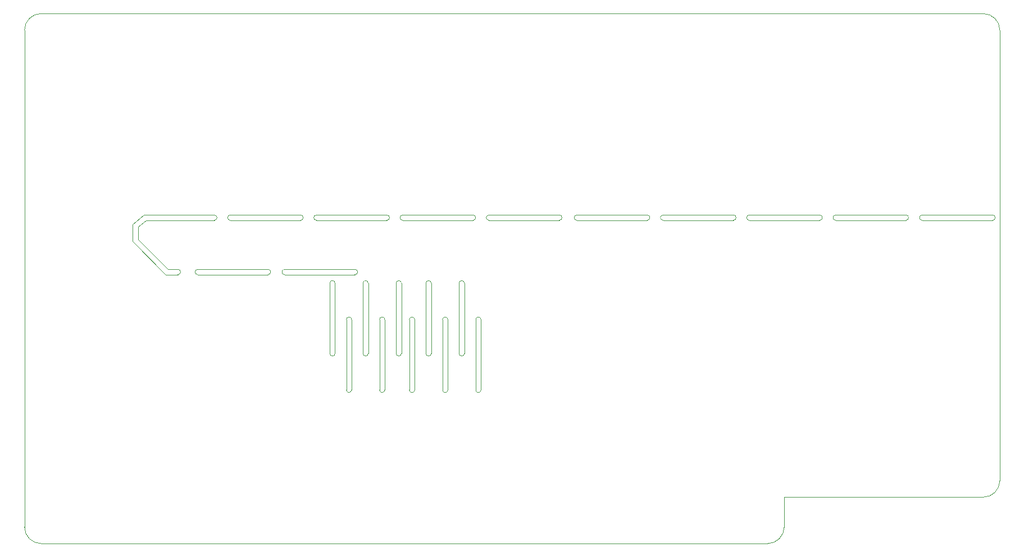
<source format=gbr>
G04 #@! TF.GenerationSoftware,KiCad,Pcbnew,(5.1.8)-1*
G04 #@! TF.CreationDate,2021-12-10T10:53:11+02:00*
G04 #@! TF.ProjectId,controller,636f6e74-726f-46c6-9c65-722e6b696361,rev?*
G04 #@! TF.SameCoordinates,Original*
G04 #@! TF.FileFunction,Profile,NP*
%FSLAX46Y46*%
G04 Gerber Fmt 4.6, Leading zero omitted, Abs format (unit mm)*
G04 Created by KiCad (PCBNEW (5.1.8)-1) date 2021-12-10 10:53:11*
%MOMM*%
%LPD*%
G01*
G04 APERTURE LIST*
G04 #@! TA.AperFunction,Profile*
%ADD10C,0.050000*%
G04 #@! TD*
G04 APERTURE END LIST*
D10*
X152000000Y-109500000D02*
G75*
G02*
X149500000Y-112000000I-2500000J0D01*
G01*
X152000000Y-105000000D02*
X182000000Y-105000000D01*
X152000000Y-109500000D02*
X152000000Y-105000000D01*
X93500000Y-72700000D02*
X93500000Y-83300000D01*
X94300000Y-83300000D02*
X94300000Y-72700000D01*
X93500000Y-72700000D02*
G75*
G02*
X94300000Y-72700000I400000J0D01*
G01*
X94300000Y-83300000D02*
G75*
G02*
X93500000Y-83300000I-400000J0D01*
G01*
X91000000Y-78200000D02*
G75*
G02*
X91800000Y-78200000I400000J0D01*
G01*
X91800000Y-88800000D02*
X91800000Y-78200000D01*
X91800000Y-88800000D02*
G75*
G02*
X91000000Y-88800000I-400000J0D01*
G01*
X91000000Y-78200000D02*
X91000000Y-88800000D01*
X182000000Y-32000000D02*
G75*
G02*
X184500000Y-34500000I0J-2500000D01*
G01*
X184500000Y-102500000D02*
G75*
G02*
X182000000Y-105000000I-2500000J0D01*
G01*
X40000000Y-112000000D02*
G75*
G02*
X37500000Y-109500000I0J2500000D01*
G01*
X37500000Y-34500000D02*
G75*
G02*
X40000000Y-32000000I2500000J0D01*
G01*
X89300000Y-83300000D02*
X89300000Y-72700000D01*
X88500000Y-72700000D02*
G75*
G02*
X89300000Y-72700000I400000J0D01*
G01*
X89300000Y-83300000D02*
G75*
G02*
X88500000Y-83300000I-400000J0D01*
G01*
X88500000Y-72700000D02*
X88500000Y-83300000D01*
X86000000Y-78200000D02*
G75*
G02*
X86800000Y-78200000I400000J0D01*
G01*
X86800000Y-88800000D02*
X86800000Y-78200000D01*
X86800000Y-88800000D02*
G75*
G02*
X86000000Y-88800000I-400000J0D01*
G01*
X86000000Y-78200000D02*
X86000000Y-88800000D01*
X83500000Y-72700000D02*
G75*
G02*
X84300000Y-72700000I400000J0D01*
G01*
X84300000Y-83300000D02*
X84300000Y-72700000D01*
X84300000Y-83300000D02*
G75*
G02*
X83500000Y-83300000I-400000J0D01*
G01*
X83500000Y-72700000D02*
X83500000Y-83300000D01*
X105500000Y-78200000D02*
G75*
G02*
X106300000Y-78200000I400000J0D01*
G01*
X106300000Y-88800000D02*
X106300000Y-78200000D01*
X106300000Y-88800000D02*
G75*
G02*
X105500000Y-88800000I-400000J0D01*
G01*
X105500000Y-78200000D02*
X105500000Y-88800000D01*
X103000000Y-72700000D02*
G75*
G02*
X103800000Y-72700000I400000J0D01*
G01*
X103800000Y-83300000D02*
X103800000Y-72700000D01*
X103800000Y-83300000D02*
G75*
G02*
X103000000Y-83300000I-400000J0D01*
G01*
X103000000Y-72700000D02*
X103000000Y-83300000D01*
X100500000Y-78200000D02*
X100500000Y-88800000D01*
X100500000Y-78200000D02*
G75*
G02*
X101300000Y-78200000I400000J0D01*
G01*
X101300000Y-88800000D02*
X101300000Y-78200000D01*
X101300000Y-88800000D02*
G75*
G02*
X100500000Y-88800000I-400000J0D01*
G01*
X98000000Y-72700000D02*
G75*
G02*
X98800000Y-72700000I400000J0D01*
G01*
X98800000Y-83300000D02*
X98800000Y-72700000D01*
X98800000Y-83300000D02*
G75*
G02*
X98000000Y-83300000I-400000J0D01*
G01*
X98000000Y-72700000D02*
X98000000Y-83300000D01*
X95500000Y-78200000D02*
G75*
G02*
X96300000Y-78200000I400000J0D01*
G01*
X96300000Y-88800000D02*
X96300000Y-78200000D01*
X96300000Y-88800000D02*
G75*
G02*
X95500000Y-88800000I-400000J0D01*
G01*
X95500000Y-78200000D02*
X95500000Y-88800000D01*
X87300000Y-70600000D02*
X76700000Y-70600000D01*
X87300000Y-70600000D02*
G75*
G02*
X87300000Y-71400000I0J-400000D01*
G01*
X76700000Y-71400000D02*
X87300000Y-71400000D01*
X76700000Y-71400000D02*
G75*
G02*
X76700000Y-70600000I0J400000D01*
G01*
X74200000Y-70600000D02*
G75*
G02*
X74200000Y-71400000I0J-400000D01*
G01*
X63600000Y-71400000D02*
X74200000Y-71400000D01*
X63600000Y-71400000D02*
G75*
G02*
X63600000Y-70600000I0J400000D01*
G01*
X74200000Y-70600000D02*
X63600000Y-70600000D01*
X60600000Y-70600000D02*
G75*
G02*
X60600000Y-71400000I0J-400000D01*
G01*
X60600000Y-70600000D02*
X59100000Y-70600000D01*
X58800000Y-71400000D02*
X60600000Y-71400000D01*
X54600000Y-66100000D02*
X59100000Y-70600000D01*
X54600000Y-65600000D02*
X54600000Y-66100000D01*
X53800000Y-66400000D02*
X58800000Y-71400000D01*
X53800000Y-63800000D02*
X53800000Y-66400000D01*
X55500000Y-62400000D02*
X53800000Y-63800000D01*
X54600000Y-64200000D02*
X54600000Y-65600000D01*
X55800000Y-63200000D02*
X54600000Y-64200000D01*
X183400000Y-62400000D02*
G75*
G02*
X183400000Y-63200000I0J-400000D01*
G01*
X183400000Y-62400000D02*
X172800000Y-62400000D01*
X172800000Y-63200000D02*
G75*
G02*
X172800000Y-62400000I0J400000D01*
G01*
X172800000Y-63200000D02*
X183400000Y-63200000D01*
X66100000Y-62400000D02*
G75*
G02*
X66100000Y-63200000I0J-400000D01*
G01*
X55800000Y-63200000D02*
X66100000Y-63200000D01*
X66100000Y-62400000D02*
X55500000Y-62400000D01*
X79100000Y-62400000D02*
G75*
G02*
X79100000Y-63200000I0J-400000D01*
G01*
X68500000Y-63200000D02*
X79100000Y-63200000D01*
X68500000Y-63200000D02*
G75*
G02*
X68500000Y-62400000I0J400000D01*
G01*
X79100000Y-62400000D02*
X68500000Y-62400000D01*
X81500000Y-63200000D02*
X92100000Y-63200000D01*
X92100000Y-62400000D02*
G75*
G02*
X92100000Y-63200000I0J-400000D01*
G01*
X92100000Y-62400000D02*
X81500000Y-62400000D01*
X81500000Y-63200000D02*
G75*
G02*
X81500000Y-62400000I0J400000D01*
G01*
X94500000Y-63200000D02*
G75*
G02*
X94500000Y-62400000I0J400000D01*
G01*
X94500000Y-63200000D02*
X105100000Y-63200000D01*
X105100000Y-62400000D02*
X94500000Y-62400000D01*
X105100000Y-62400000D02*
G75*
G02*
X105100000Y-63200000I0J-400000D01*
G01*
X118100000Y-62400000D02*
X107500000Y-62400000D01*
X107500000Y-63200000D02*
G75*
G02*
X107500000Y-62400000I0J400000D01*
G01*
X118100000Y-62400000D02*
G75*
G02*
X118100000Y-63200000I0J-400000D01*
G01*
X107500000Y-63200000D02*
X118100000Y-63200000D01*
X120750000Y-63200000D02*
G75*
G02*
X120750000Y-62400000I0J400000D01*
G01*
X120750000Y-63200000D02*
X131350000Y-63200000D01*
X131350000Y-62400000D02*
X120750000Y-62400000D01*
X131350000Y-62400000D02*
G75*
G02*
X131350000Y-63200000I0J-400000D01*
G01*
X144350000Y-62400000D02*
X133750000Y-62400000D01*
X133750000Y-63200000D02*
G75*
G02*
X133750000Y-62400000I0J400000D01*
G01*
X133750000Y-63200000D02*
X144350000Y-63200000D01*
X144350000Y-62400000D02*
G75*
G02*
X144350000Y-63200000I0J-400000D01*
G01*
X157350000Y-62400000D02*
X146750000Y-62400000D01*
X146750000Y-63200000D02*
X157350000Y-63200000D01*
X157350000Y-62400000D02*
G75*
G02*
X157350000Y-63200000I0J-400000D01*
G01*
X146750000Y-63200000D02*
G75*
G02*
X146750000Y-62400000I0J400000D01*
G01*
X170350000Y-62400000D02*
G75*
G02*
X170350000Y-63200000I0J-400000D01*
G01*
X159750000Y-63200000D02*
X170350000Y-63200000D01*
X159750000Y-63200000D02*
G75*
G02*
X159750000Y-62400000I0J400000D01*
G01*
X170350000Y-62400000D02*
X159750000Y-62400000D01*
X149500000Y-112000000D02*
X40000000Y-112000000D01*
X184500000Y-102500000D02*
X184500000Y-34500000D01*
X37500000Y-34500000D02*
X37500000Y-109500000D01*
X182000000Y-32000000D02*
X40000000Y-32000000D01*
M02*

</source>
